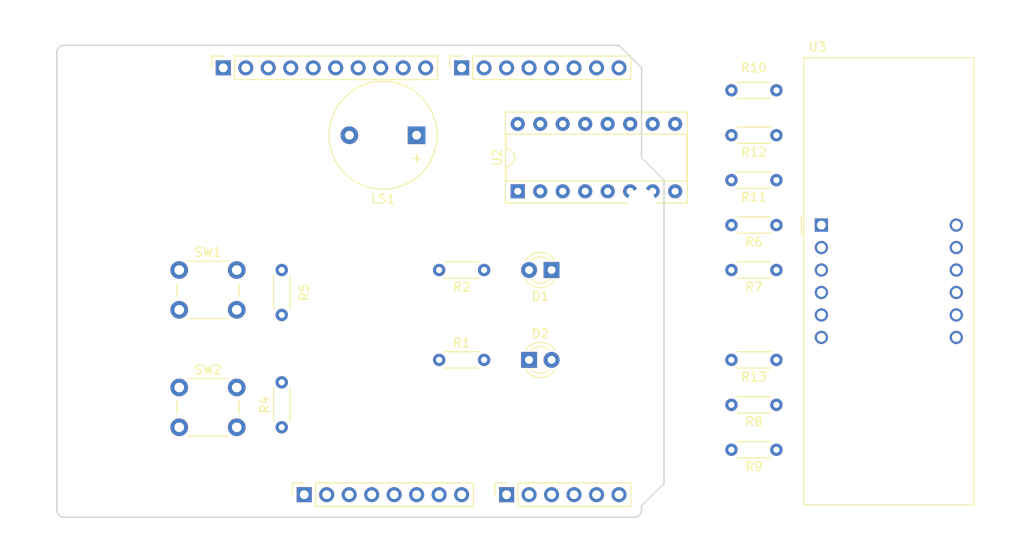
<source format=kicad_pcb>
(kicad_pcb (version 20221018) (generator pcbnew)
  (title_block (date "mar. 31 mars 2015"))
  (layers (0 "F.Cu" signal) (31 "B.Cu" signal) (34 "B.Paste" user) (35 "F.Paste" user) (36 "B.SilkS" user "B.Silkscreen") (37 "F.SilkS" user "F.Silkscreen") (38 "B.Mask" user) (39 "F.Mask" user) (44 "Edge.Cuts" user))
  (net 0 "")
  (net 1 "GND")
  (net 3 "+5V")
  (net 4 "/IOREF")
  (net 5 "Digit 1")
  (net 6 "/A1")
  (net 7 "/A2")
  (net 8 "/A3")
  (net 9 "/SDA{slash}A4")
  (net 10 "/SCL{slash}A5")
  (net 11 "Digit 2")
  (net 12 "Digit 3")
  (net 13 "/AREF")
  (net 14 "Digit 4")
  (net 15 "DS")
  (net 16 "ST_CP")
  (net 18 "SH_CP")
  (net 19 "Buzzer")
  (net 20 "Red_LED")
  (net 21 "Green_LED")
  (net 22 "Button_1")
  (net 23 "/TX{slash}1")
  (net 24 "Button_2")
  (net 25 "/RX{slash}0")
  (net 26 "+3V3")
  (net 27 "VCC")
  (net 28 "/~{RESET}")
  (net 29 "Net-(U3-e)")
  (net 30 "Net-(U3-d)")
  (net 31 "Net-(U3-DPX)")
  (net 32 "Net-(U3-c)")
  (net 33 "Net-(U3-g)")
  (net 34 "Net-(U3-b)")
  (net 35 "Net-(U3-f)")
  (net 36 "Net-(U3-a)")
  (net 37 "Net-(D1-A)")
  (net 38 "Net-(D2-A)")
  (net 39 "Button 2")
  (net 40 "Button 1")
  (net 41 "a")
  (net 42 "b")
  (net 43 "c")
  (net 44 "d")
  (net 45 "e")
  (net 46 "f")
  (net 47 "g")
  (net 48 "dp")
  (footprint "Connector_PinSocket_2.54mm:PinSocket_1x08_P2.54mm_Vertical" (layer "F.Cu") (at 127.94 97.46 90)
    (fp_text reference "J1" hide)
    (fp_text value "Power")
    (fp_line (start -1.33 1.27) (end -1.33 19.11) (stroke (width 0.12)) (layer "F.SilkS"))
    (fp_line (start -1.33 1.27) (end 1.33 1.27) (stroke (width 0.12)) (layer "F.SilkS"))
    (fp_line (start -1.33 19.11) (end 1.33 19.11) (stroke (width 0.12)) (layer "F.SilkS"))
    (fp_line (start 0 -1.33) (end 1.33 -1.33) (stroke (width 0.12)) (layer "F.SilkS"))
    (fp_line (start 1.33 -1.33) (end 1.33 0) (stroke (width 0.12)) (layer "F.SilkS"))
    (fp_line (start 1.33 1.27) (end 1.33 19.11) (stroke (width 0.12)) (layer "F.SilkS"))
    (pad "1" thru_hole rect locked (at 0 0 90) (size 1.7 1.7) (drill 1) (layers "*.Cu" "*.Mask"))
    (pad "2" thru_hole oval locked (at 0 2.54 90) (size 1.7 1.7) (drill 1) (layers "*.Cu" "*.Mask") (net 4 "/IOREF"))
    (pad "3" thru_hole oval locked (at 0 5.08 90) (size 1.7 1.7) (drill 1) (layers "*.Cu" "*.Mask") (net 28 "/~{RESET}"))
    (pad "4" thru_hole oval locked (at 0 7.62 90) (size 1.7 1.7) (drill 1) (layers "*.Cu" "*.Mask") (net 26 "+3V3"))
    (pad "5" thru_hole oval locked (at 0 10.16 90) (size 1.7 1.7) (drill 1) (layers "*.Cu" "*.Mask") (net 3 "+5V"))
    (pad "6" thru_hole oval locked (at 0 12.7 90) (size 1.7 1.7) (drill 1) (layers "*.Cu" "*.Mask") (net 1 "GND"))
    (pad "7" thru_hole oval locked (at 0 15.24 90) (size 1.7 1.7) (drill 1) (layers "*.Cu" "*.Mask") (net 1 "GND"))
    (pad "8" thru_hole oval locked (at 0 17.78 90) (size 1.7 1.7) (drill 1) (layers "*.Cu" "*.Mask") (net 27 "VCC"))
  )
  (footprint "Connector_PinSocket_2.54mm:PinSocket_1x06_P2.54mm_Vertical" (layer "F.Cu") (at 150.8 97.46 90)
    (fp_text reference "J3" hide)
    (fp_text value "Analog")
    (fp_line (start -1.33 1.27) (end -1.33 14.03) (stroke (width 0.12)) (layer "F.SilkS"))
    (fp_line (start -1.33 1.27) (end 1.33 1.27) (stroke (width 0.12)) (layer "F.SilkS"))
    (fp_line (start -1.33 14.03) (end 1.33 14.03) (stroke (width 0.12)) (layer "F.SilkS"))
    (fp_line (start 0 -1.33) (end 1.33 -1.33) (stroke (width 0.12)) (layer "F.SilkS"))
    (fp_line (start 1.33 -1.33) (end 1.33 0) (stroke (width 0.12)) (layer "F.SilkS"))
    (fp_line (start 1.33 1.27) (end 1.33 14.03) (stroke (width 0.12)) (layer "F.SilkS"))
    (pad "1" thru_hole rect locked (at 0 0 90) (size 1.7 1.7) (drill 1) (layers "*.Cu" "*.Mask"))
    (pad "2" thru_hole oval locked (at 0 2.54 90) (size 1.7 1.7) (drill 1) (layers "*.Cu" "*.Mask") (net 6 "/A1"))
    (pad "3" thru_hole oval locked (at 0 5.08 90) (size 1.7 1.7) (drill 1) (layers "*.Cu" "*.Mask") (net 7 "/A2"))
    (pad "4" thru_hole oval locked (at 0 7.62 90) (size 1.7 1.7) (drill 1) (layers "*.Cu" "*.Mask") (net 8 "/A3"))
    (pad "5" thru_hole oval locked (at 0 10.16 90) (size 1.7 1.7) (drill 1) (layers "*.Cu" "*.Mask") (net 9 "/SDA{slash}A4"))
    (pad "6" thru_hole oval locked (at 0 12.7 90) (size 1.7 1.7) (drill 1) (layers "*.Cu" "*.Mask") (net 10 "/SCL{slash}A5"))
  )
  (footprint "Connector_PinSocket_2.54mm:PinSocket_1x10_P2.54mm_Vertical" (layer "F.Cu") (at 118.796 49.2 90)
    (fp_text reference "J2" hide)
    (fp_text value "Digital/PWM")
    (fp_line (start -1.33 1.27) (end -1.33 24.19) (stroke (width 0.12)) (layer "F.SilkS"))
    (fp_line (start -1.33 1.27) (end 1.33 1.27) (stroke (width 0.12)) (layer "F.SilkS"))
    (fp_line (start -1.33 24.19) (end 1.33 24.19) (stroke (width 0.12)) (layer "F.SilkS"))
    (fp_line (start 0 -1.33) (end 1.33 -1.33) (stroke (width 0.12)) (layer "F.SilkS"))
    (fp_line (start 1.33 -1.33) (end 1.33 0) (stroke (width 0.12)) (layer "F.SilkS"))
    (fp_line (start 1.33 1.27) (end 1.33 24.19) (stroke (width 0.12)) (layer "F.SilkS"))
    (pad "1" thru_hole rect locked (at 0 0 90) (size 1.7 1.7) (drill 1) (layers "*.Cu" "*.Mask") (net 10 "/SCL{slash}A5"))
    (pad "2" thru_hole oval locked (at 0 2.54 90) (size 1.7 1.7) (drill 1) (layers "*.Cu" "*.Mask") (net 9 "/SDA{slash}A4"))
    (pad "3" thru_hole oval locked (at 0 5.08 90) (size 1.7 1.7) (drill 1) (layers "*.Cu" "*.Mask") (net 13 "/AREF"))
    (pad "4" thru_hole oval locked (at 0 7.62 90) (size 1.7 1.7) (drill 1) (layers "*.Cu" "*.Mask") (net 1 "GND"))
    (pad "5" thru_hole oval locked (at 0 10.16 90) (size 1.7 1.7) (drill 1) (layers "*.Cu" "*.Mask") (net 5 "Digit 1"))
    (pad "6" thru_hole oval locked (at 0 12.7 90) (size 1.7 1.7) (drill 1) (layers "*.Cu" "*.Mask") (net 11 "Digit 2"))
    (pad "7" thru_hole oval locked (at 0 15.24 90) (size 1.7 1.7) (drill 1) (layers "*.Cu" "*.Mask") (net 12 "Digit 3"))
    (pad "8" thru_hole oval locked (at 0 17.78 90) (size 1.7 1.7) (drill 1) (layers "*.Cu" "*.Mask") (net 14 "Digit 4"))
    (pad "9" thru_hole oval locked (at 0 20.32 90) (size 1.7 1.7) (drill 1) (layers "*.Cu" "*.Mask") (net 15 "DS"))
    (pad "10" thru_hole oval locked (at 0 22.86 90) (size 1.7 1.7) (drill 1) (layers "*.Cu" "*.Mask") (net 16 "ST_CP"))
  )
  (footprint "Connector_PinSocket_2.54mm:PinSocket_1x08_P2.54mm_Vertical" (layer "F.Cu") (at 145.72 49.2 90)
    (fp_text reference "J4" hide)
    (fp_text value "Digital/PWM")
    (fp_line (start -1.33 1.27) (end -1.33 19.11) (stroke (width 0.12)) (layer "F.SilkS"))
    (fp_line (start -1.33 1.27) (end 1.33 1.27) (stroke (width 0.12)) (layer "F.SilkS"))
    (fp_line (start -1.33 19.11) (end 1.33 19.11) (stroke (width 0.12)) (layer "F.SilkS"))
    (fp_line (start 0 -1.33) (end 1.33 -1.33) (stroke (width 0.12)) (layer "F.SilkS"))
    (fp_line (start 1.33 -1.33) (end 1.33 0) (stroke (width 0.12)) (layer "F.SilkS"))
    (fp_line (start 1.33 1.27) (end 1.33 19.11) (stroke (width 0.12)) (layer "F.SilkS"))
    (pad "1" thru_hole rect locked (at 0 0 90) (size 1.7 1.7) (drill 1) (layers "*.Cu" "*.Mask") (net 18 "SH_CP"))
    (pad "2" thru_hole oval locked (at 0 2.54 90) (size 1.7 1.7) (drill 1) (layers "*.Cu" "*.Mask") (net 19 "Buzzer"))
    (pad "3" thru_hole oval locked (at 0 5.08 90) (size 1.7 1.7) (drill 1) (layers "*.Cu" "*.Mask") (net 20 "Red_LED"))
    (pad "4" thru_hole oval locked (at 0 7.62 90) (size 1.7 1.7) (drill 1) (layers "*.Cu" "*.Mask") (net 21 "Green_LED"))
    (pad "5" thru_hole oval locked (at 0 10.16 90) (size 1.7 1.7) (drill 1) (layers "*.Cu" "*.Mask") (net 22 "Button_1"))
    (pad "6" thru_hole oval locked (at 0 12.7 90) (size 1.7 1.7) (drill 1) (layers "*.Cu" "*.Mask") (net 24 "Button_2"))
    (pad "7" thru_hole oval locked (at 0 15.24 90) (size 1.7 1.7) (drill 1) (layers "*.Cu" "*.Mask") (net 23 "/TX{slash}1"))
    (pad "8" thru_hole oval locked (at 0 17.78 90) (size 1.7 1.7) (drill 1) (layers "*.Cu" "*.Mask") (net 25 "/RX{slash}0"))
  )
  (footprint "Resistor_THT:R_Axial_DIN0204_L3.6mm_D1.6mm_P5.08mm_Horizontal" (layer "F.Cu") (at 181.28 72.06 180)
    (fp_text reference "R7" (at 2.54 -1.92) (layer "F.SilkS"))
    (fp_text value "100")
    (fp_line (start 0.62 -0.92) (end 4.46 -0.92) (stroke (width 0.12)) (layer "F.SilkS"))
    (fp_line (start 0.62 0.92) (end 4.46 0.92) (stroke (width 0.12)) (layer "F.SilkS"))
    (pad "1" thru_hole circle (at 0 0 180) (size 1.4 1.4) (drill 0.7) (layers "*.Cu" "*.Mask") (net 42 "b"))
    (pad "2" thru_hole oval (at 5.08 0 180) (size 1.4 1.4) (drill 0.7) (layers "*.Cu" "*.Mask") (net 34 "Net-(U3-b)"))
  )
  (footprint "Resistor_THT:R_Axial_DIN0204_L3.6mm_D1.6mm_P5.08mm_Horizontal" (layer "F.Cu") (at 181.28 82.22 180)
    (fp_text reference "R13" (at 2.54 -1.92) (layer "F.SilkS"))
    (fp_text value "100")
    (fp_line (start 0.62 -0.92) (end 4.46 -0.92) (stroke (width 0.12)) (layer "F.SilkS"))
    (fp_line (start 0.62 0.92) (end 4.46 0.92) (stroke (width 0.12)) (layer "F.SilkS"))
    (pad "1" thru_hole circle (at 0 0 180) (size 1.4 1.4) (drill 0.7) (layers "*.Cu" "*.Mask") (net 48 "dp"))
    (pad "2" thru_hole oval (at 5.08 0 180) (size 1.4 1.4) (drill 0.7) (layers "*.Cu" "*.Mask") (net 31 "Net-(U3-DPX)"))
  )
  (footprint "Resistor_THT:R_Axial_DIN0204_L3.6mm_D1.6mm_P5.08mm_Horizontal" (layer "F.Cu") (at 181.28 87.3 180)
    (fp_text reference "R8" (at 2.54 -1.92) (layer "F.SilkS"))
    (fp_text value "100")
    (fp_line (start 0.62 -0.92) (end 4.46 -0.92) (stroke (width 0.12)) (layer "F.SilkS"))
    (fp_line (start 0.62 0.92) (end 4.46 0.92) (stroke (width 0.12)) (layer "F.SilkS"))
    (pad "1" thru_hole circle (at 0 0 180) (size 1.4 1.4) (drill 0.7) (layers "*.Cu" "*.Mask") (net 43 "c"))
    (pad "2" thru_hole oval (at 5.08 0 180) (size 1.4 1.4) (drill 0.7) (layers "*.Cu" "*.Mask") (net 32 "Net-(U3-c)"))
  )
  (footprint "Button_Switch_THT:SW_PUSH_6mm_H5mm" (layer "F.Cu") (at 113.82 72.06)
    (fp_text reference "SW1" (at 3.25 -2) (layer "F.SilkS"))
    (fp_text value "SW_Push")
    (fp_line (start -0.25 1.5) (end -0.25 3) (stroke (width 0.12)) (layer "F.SilkS"))
    (fp_line (start 1 5.5) (end 5.5 5.5) (stroke (width 0.12)) (layer "F.SilkS"))
    (fp_line (start 5.5 -1) (end 1 -1) (stroke (width 0.12)) (layer "F.SilkS"))
    (fp_line (start 6.75 3) (end 6.75 1.5) (stroke (width 0.12)) (layer "F.SilkS"))
    (pad "1" thru_hole circle (at 0 0 90) (size 2 2) (drill 1.1) (layers "*.Cu" "*.Mask") (net 3 "+5V"))
    (pad "1" thru_hole circle (at 6.5 0 90) (size 2 2) (drill 1.1) (layers "*.Cu" "*.Mask") (net 3 "+5V"))
    (pad "2" thru_hole circle (at 0 4.5 90) (size 2 2) (drill 1.1) (layers "*.Cu" "*.Mask") (net 40 "Button 1"))
    (pad "2" thru_hole circle (at 6.5 4.5 90) (size 2 2) (drill 1.1) (layers "*.Cu" "*.Mask") (net 40 "Button 1"))
  )
  (footprint "Resistor_THT:R_Axial_DIN0204_L3.6mm_D1.6mm_P5.08mm_Horizontal" (layer "F.Cu") (at 176.2 51.74)
    (fp_text reference "R10" (at 2.54 -2.54) (layer "F.SilkS"))
    (fp_text value "100")
    (fp_line (start 0.62 -0.92) (end 4.46 -0.92) (stroke (width 0.12)) (layer "F.SilkS"))
    (fp_line (start 0.62 0.92) (end 4.46 0.92) (stroke (width 0.12)) (layer "F.SilkS"))
    (pad "1" thru_hole circle (at 0 0) (size 1.4 1.4) (drill 0.7) (layers "*.Cu" "*.Mask") (net 45 "e"))
    (pad "2" thru_hole oval (at 5.08 0) (size 1.4 1.4) (drill 0.7) (layers "*.Cu" "*.Mask") (net 29 "Net-(U3-e)"))
  )
  (footprint "Package_DIP:DIP-16_W7.62mm_Socket" (layer "F.Cu") (at 152.06 63.16 90)
    (fp_text reference "U2" (at 3.81 -2.33 90) (layer "F.SilkS"))
    (fp_text value "74LS595")
    (fp_line (start -1.33 -1.39) (end -1.33 19.17) (stroke (width 0.12)) (layer "F.SilkS"))
    (fp_line (start -1.33 19.17) (end 8.95 19.17) (stroke (width 0.12)) (layer "F.SilkS"))
    (fp_line (start 1.16 -1.33) (end 1.16 19.11) (stroke (width 0.12)) (layer "F.SilkS"))
    (fp_line (start 1.16 19.11) (end 6.46 19.11) (stroke (width 0.12)) (layer "F.SilkS"))
    (fp_line (start 2.81 -1.33) (end 1.16 -1.33) (stroke (width 0.12)) (layer "F.SilkS"))
    (fp_line (start 6.46 -1.33) (end 4.81 -1.33) (stroke (width 0.12)) (layer "F.SilkS"))
    (fp_line (start 6.46 19.11) (end 6.46 -1.33) (stroke (width 0.12)) (layer "F.SilkS"))
    (fp_line (start 8.95 -1.39) (end -1.33 -1.39) (stroke (width 0.12)) (layer "F.SilkS"))
    (fp_line (start 8.95 19.17) (end 8.95 -1.39) (stroke (width 0.12)) (layer "F.SilkS"))
    (fp_arc (start 4.81 -1.33) (mid 3.81 -0.33) (end 2.81 -1.33) (stroke (width 0.12)) (layer "F.SilkS"))
    (pad "1" thru_hole rect (at 0 0 90) (size 1.6 1.6) (drill 0.8) (layers "*.Cu" "*.Mask") (net 42 "b"))
    (pad "2" thru_hole oval (at 0 2.54 90) (size 1.6 1.6) (drill 0.8) (layers "*.Cu" "*.Mask") (net 43 "c"))
    (pad "3" thru_hole oval (at 0 5.08 90) (size 1.6 1.6) (drill 0.8) (layers "*.Cu" "*.Mask") (net 44 "d"))
    (pad "4" thru_hole oval (at 0 7.62 90) (size 1.6 1.6) (drill 0.8) (layers "*.Cu" "*.Mask") (net 45 "e"))
    (pad "5" thru_hole oval (at 0 10.16 90) (size 1.6 1.6) (drill 0.8) (layers "*.Cu" "*.Mask") (net 46 "f"))
    (pad "6" thru_hole oval (at 0 12.7 90) (size 1.6 1.6) (drill 0.8) (layers "*.Cu" "*.Mask") (net 47 "g"))
    (pad "7" thru_hole oval (at 0 15.24 90) (size 1.6 1.6) (drill 0.8) (layers "*.Cu" "*.Mask") (net 48 "dp"))
    (pad "8" thru_hole oval (at 0 17.78 90) (size 1.6 1.6) (drill 0.8) (layers "*.Cu" "*.Mask") (net 1 "GND"))
    (pad "9" thru_hole oval (at 7.62 17.78 90) (size 1.6 1.6) (drill 0.8) (layers "*.Cu" "*.Mask"))
    (pad "10" thru_hole oval (at 7.62 15.24 90) (size 1.6 1.6) (drill 0.8) (layers "*.Cu" "*.Mask") (net 3 "+5V"))
    (pad "11" thru_hole oval (at 7.62 12.7 90) (size 1.6 1.6) (drill 0.8) (layers "*.Cu" "*.Mask") (net 18 "SH_CP"))
    (pad "12" thru_hole oval (at 7.62 10.16 90) (size 1.6 1.6) (drill 0.8) (layers "*.Cu" "*.Mask") (net 16 "ST_CP"))
    (pad "13" thru_hole oval (at 7.62 7.62 90) (size 1.6 1.6) (drill 0.8) (layers "*.Cu" "*.Mask") (net 1 "GND"))
    (pad "14" thru_hole oval (at 7.62 5.08 90) (size 1.6 1.6) (drill 0.8) (layers "*.Cu" "*.Mask") (net 15 "DS"))
    (pad "15" thru_hole oval (at 7.62 2.54 90) (size 1.6 1.6) (drill 0.8) (layers "*.Cu" "*.Mask") (net 41 "a"))
    (pad "16" thru_hole oval (at 7.62 0 90) (size 1.6 1.6) (drill 0.8) (layers "*.Cu" "*.Mask") (net 3 "+5V"))
  )
  (footprint "Display_7Segment:CA56-12CGKWA" (layer "F.Cu") (at 186.36 66.98)
    (fp_text reference "U3" (at -0.44 -20.15) (layer "F.SilkS"))
    (fp_text value "CA56-12CGKWA")
    (fp_line (start -2.25 -1) (end -2.25 1) (stroke (width 0.12)) (layer "F.SilkS"))
    (fp_line (start -2 -18.92) (end -2 31.62) (stroke (width 0.12)) (layer "F.SilkS"))
    (fp_line (start -2 -18.92) (end 17.24 -18.92) (stroke (width 0.12)) (layer "F.SilkS"))
    (fp_line (start -2 31.62) (end 17.24 31.62) (stroke (width 0.12)) (layer "F.SilkS"))
    (fp_line (start 17.24 31.62) (end 17.24 -18.92) (stroke (width 0.12)) (layer "F.SilkS"))
    (pad "1" thru_hole rect (at 0 0) (size 1.5 1.5) (drill 1) (layers "*.Cu" "*.Mask") (net 29 "Net-(U3-e)"))
    (pad "2" thru_hole circle (at 0 2.54) (size 1.5 1.5) (drill 1) (layers "*.Cu" "*.Mask") (net 30 "Net-(U3-d)"))
    (pad "3" thru_hole circle (at 0 5.08) (size 1.5 1.5) (drill 1) (layers "*.Cu" "*.Mask") (net 31 "Net-(U3-DPX)"))
    (pad "4" thru_hole circle (at 0 7.62) (size 1.5 1.5) (drill 1) (layers "*.Cu" "*.Mask") (net 32 "Net-(U3-c)"))
    (pad "5" thru_hole circle (at 0 10.16) (size 1.5 1.5) (drill 1) (layers "*.Cu" "*.Mask") (net 33 "Net-(U3-g)"))
    (pad "6" thru_hole circle (at 0 12.7) (size 1.5 1.5) (drill 1) (layers "*.Cu" "*.Mask") (net 14 "Digit 4"))
    (pad "7" thru_hole circle (at 15.24 12.7) (size 1.5 1.5) (drill 1) (layers "*.Cu" "*.Mask") (net 34 "Net-(U3-b)"))
    (pad "8" thru_hole circle (at 15.24 10.16) (size 1.5 1.5) (drill 1) (layers "*.Cu" "*.Mask") (net 12 "Digit 3"))
    (pad "9" thru_hole circle (at 15.24 7.62) (size 1.5 1.5) (drill 1) (layers "*.Cu" "*.Mask") (net 11 "Digit 2"))
    (pad "10" thru_hole circle (at 15.24 5.08) (size 1.5 1.5) (drill 1) (layers "*.Cu" "*.Mask") (net 35 "Net-(U3-f)"))
    (pad "11" thru_hole circle (at 15.24 2.54) (size 1.5 1.5) (drill 1) (layers "*.Cu" "*.Mask") (net 36 "Net-(U3-a)"))
    (pad "12" thru_hole circle (at 15.24 0) (size 1.5 1.5) (drill 1) (layers "*.Cu" "*.Mask") (net 5 "Digit 1"))
  )
  (footprint "Resistor_THT:R_Axial_DIN0204_L3.6mm_D1.6mm_P5.08mm_Horizontal" (layer "F.Cu") (at 181.28 56.82 180)
    (fp_text reference "R12" (at 2.54 -1.92) (layer "F.SilkS"))
    (fp_text value "100")
    (fp_line (start 0.62 -0.92) (end 4.46 -0.92) (stroke (width 0.12)) (layer "F.SilkS"))
    (fp_line (start 0.62 0.92) (end 4.46 0.92) (stroke (width 0.12)) (layer "F.SilkS"))
    (pad "1" thru_hole circle (at 0 0 180) (size 1.4 1.4) (drill 0.7) (layers "*.Cu" "*.Mask") (net 47 "g"))
    (pad "2" thru_hole oval (at 5.08 0 180) (size 1.4 1.4) (drill 0.7) (layers "*.Cu" "*.Mask") (net 33 "Net-(U3-g)"))
  )
  (footprint "Resistor_THT:R_Axial_DIN0204_L3.6mm_D1.6mm_P5.08mm_Horizontal" (layer "F.Cu") (at 181.28 61.9 180)
    (fp_text reference "R11" (at 2.54 -1.92) (layer "F.SilkS"))
    (fp_text value "100")
    (fp_line (start 0.62 -0.92) (end 4.46 -0.92) (stroke (width 0.12)) (layer "F.SilkS"))
    (fp_line (start 0.62 0.92) (end 4.46 0.92) (stroke (width 0.12)) (layer "F.SilkS"))
    (pad "1" thru_hole circle (at 0 0 180) (size 1.4 1.4) (drill 0.7) (layers "*.Cu" "*.Mask") (net 46 "f"))
    (pad "2" thru_hole oval (at 5.08 0 180) (size 1.4 1.4) (drill 0.7) (layers "*.Cu" "*.Mask") (net 35 "Net-(U3-f)"))
  )
  (footprint "Resistor_THT:R_Axial_DIN0204_L3.6mm_D1.6mm_P5.08mm_Horizontal" (layer "F.Cu") (at 181.28 92.38 180)
    (fp_text reference "R9" (at 2.54 -1.92) (layer "F.SilkS"))
    (fp_text value "100")
    (fp_line (start 0.62 -0.92) (end 4.46 -0.92) (stroke (width 0.12)) (layer "F.SilkS"))
    (fp_line (start 0.62 0.92) (end 4.46 0.92) (stroke (width 0.12)) (layer "F.SilkS"))
    (pad "1" thru_hole circle (at 0 0 180) (size 1.4 1.4) (drill 0.7) (layers "*.Cu" "*.Mask") (net 44 "d"))
    (pad "2" thru_hole oval (at 5.08 0 180) (size 1.4 1.4) (drill 0.7) (layers "*.Cu" "*.Mask") (net 30 "Net-(U3-d)"))
  )
  (footprint "Arduino_MountingHole:MountingHole_3.2mm" (layer "F.Cu") (at 115.24 49.2)
    (fp_text reference "MH1" hide)
    (fp_text value "MountingHole_3.2mm" hide)
    (pad "" np_thru_hole circle locked (at 0 0) (size 3.2 3.2) (drill 3.2) (layers "*.Cu" "*.Mask"))
  )
  (footprint "LED_THT:LED_D3.0mm" (layer "F.Cu") (at 153.34 82.22)
    (fp_text reference "D2" (at 1.27 -2.96) (layer "F.SilkS"))
    (fp_text value "LED")
    (fp_line (start -0.29 -1.236) (end -0.29 -1.08) (stroke (width 0.12)) (layer "F.SilkS"))
    (fp_line (start -0.29 1.08) (end -0.29 1.236) (stroke (width 0.12)) (layer "F.SilkS"))
    (fp_arc (start -0.29 -1.235516) (mid 1.366487 -1.987659) (end 2.942335 -1.078608) (stroke (width 0.12)) (layer "F.SilkS"))
    (fp_arc (start 0.229039 -1.08) (mid 1.270117 -1.5) (end 2.31113 -1.079837) (stroke (width 0.12)) (layer "F.SilkS"))
    (fp_arc (start 2.31113 1.079837) (mid 1.270117 1.5) (end 0.229039 1.08) (stroke (width 0.12)) (layer "F.SilkS"))
    (fp_arc (start 2.942335 1.078608) (mid 1.366487 1.987659) (end -0.29 1.235516) (stroke (width 0.12)) (layer "F.SilkS"))
    (pad "1" thru_hole rect (at 0 0) (size 1.8 1.8) (drill 0.9) (layers "*.Cu" "*.Mask") (net 1 "GND"))
    (pad "2" thru_hole circle (at 2.54 0) (size 1.8 1.8) (drill 0.9) (layers "*.Cu" "*.Mask") (net 38 "Net-(D2-A)"))
  )
  (footprint "Resistor_THT:R_Axial_DIN0204_L3.6mm_D1.6mm_P5.08mm_Horizontal" (layer "F.Cu") (at 148.26 72.06 180)
    (fp_text reference "R2" (at 2.54 -1.92) (layer "F.SilkS"))
    (fp_text value "330")
    (fp_line (start 0.62 -0.92) (end 4.46 -0.92) (stroke (width 0.12)) (layer "F.SilkS"))
    (fp_line (start 0.62 0.92) (end 4.46 0.92) (stroke (width 0.12)) (layer "F.SilkS"))
    (pad "1" thru_hole circle (at 0 0 180) (size 1.4 1.4) (drill 0.7) (layers "*.Cu" "*.Mask") (net 20 "Red_LED"))
    (pad "2" thru_hole oval (at 5.08 0 180) (size 1.4 1.4) (drill 0.7) (layers "*.Cu" "*.Mask") (net 38 "Net-(D2-A)"))
  )
  (footprint "Resistor_THT:R_Axial_DIN0204_L3.6mm_D1.6mm_P5.08mm_Horizontal" (layer "F.Cu") (at 143.18 82.22)
    (fp_text reference "R1" (at 2.54 -1.92) (layer "F.SilkS"))
    (fp_text value "330")
    (fp_line (start 0.62 -0.92) (end 4.46 -0.92) (stroke (width 0.12)) (layer "F.SilkS"))
    (fp_line (start 0.62 0.92) (end 4.46 0.92) (stroke (width 0.12)) (layer "F.SilkS"))
    (pad "1" thru_hole circle (at 0 0) (size 1.4 1.4) (drill 0.7) (layers "*.Cu" "*.Mask") (net 21 "Green_LED"))
    (pad "2" thru_hole oval (at 5.08 0) (size 1.4 1.4) (drill 0.7) (layers "*.Cu" "*.Mask") (net 37 "Net-(D1-A)"))
  )
  (footprint "Resistor_THT:R_Axial_DIN0204_L3.6mm_D1.6mm_P5.08mm_Horizontal" (layer "F.Cu") (at 125.4 89.84 90)
    (fp_text reference "R4" (at 2.54 -1.92 90) (layer "F.SilkS"))
    (fp_text value "10k")
    (fp_line (start 0.62 -0.92) (end 4.46 -0.92) (stroke (width 0.12)) (layer "F.SilkS"))
    (fp_line (start 0.62 0.92) (end 4.46 0.92) (stroke (width 0.12)) (layer "F.SilkS"))
    (pad "1" thru_hole circle (at 0 0 90) (size 1.4 1.4) (drill 0.7) (layers "*.Cu" "*.Mask") (net 1 "GND"))
    (pad "2" thru_hole oval (at 5.08 0 90) (size 1.4 1.4) (drill 0.7) (layers "*.Cu" "*.Mask") (net 39 "Button 2"))
  )
  (footprint "Resistor_THT:R_Axial_DIN0204_L3.6mm_D1.6mm_P5.08mm_Horizontal" (layer "F.Cu") (at 181.28 66.98 180)
    (fp_text reference "R6" (at 2.54 -1.92) (layer "F.SilkS"))
    (fp_text value "100")
    (fp_line (start 0.62 -0.92) (end 4.46 -0.92) (stroke (width 0.12)) (layer "F.SilkS"))
    (fp_line (start 0.62 0.92) (end 4.46 0.92) (stroke (width 0.12)) (layer "F.SilkS"))
    (pad "1" thru_hole circle (at 0 0 180) (size 1.4 1.4) (drill 0.7) (layers "*.Cu" "*.Mask") (net 41 "a"))
    (pad "2" thru_hole oval (at 5.08 0 180) (size 1.4 1.4) (drill 0.7) (layers "*.Cu" "*.Mask") (net 36 "Net-(U3-a)"))
  )
  (footprint "Button_Switch_THT:SW_PUSH_6mm_H5mm" (layer "F.Cu") (at 113.82 85.34)
    (fp_text reference "SW2" (at 3.25 -2) (layer "F.SilkS"))
    (fp_text value "SW_Push")
    (fp_line (start -0.25 1.5) (end -0.25 3) (stroke (width 0.12)) (layer "F.SilkS"))
    (fp_line (start 1 5.5) (end 5.5 5.5) (stroke (width 0.12)) (layer "F.SilkS"))
    (fp_line (start 5.5 -1) (end 1 -1) (stroke (width 0.12)) (layer "F.SilkS"))
    (fp_line (start 6.75 3) (end 6.75 1.5) (stroke (width 0.12)) (layer "F.SilkS"))
    (pad "1" thru_hole circle (at 0 0 90) (size 2 2) (drill 1.1) (layers "*.Cu" "*.Mask") (net 3 "+5V"))
    (pad "1" thru_hole circle (at 6.5 0 90) (size 2 2) (drill 1.1) (layers "*.Cu" "*.Mask") (net 3 "+5V"))
    (pad "2" thru_hole circle (at 0 4.5 90) (size 2 2) (drill 1.1) (layers "*.Cu" "*.Mask") (net 39 "Button 2"))
    (pad "2" thru_hole circle (at 6.5 4.5 90) (size 2 2) (drill 1.1) (layers "*.Cu" "*.Mask") (net 39 "Button 2"))
  )
  (footprint "LED_THT:LED_D3.0mm" (layer "F.Cu") (at 155.88 72.06 180)
    (fp_text reference "D1" (at 1.27 -2.96) (layer "F.SilkS"))
    (fp_text value "LED")
    (fp_line (start -0.29 -1.236) (end -0.29 -1.08) (stroke (width 0.12)) (layer "F.SilkS"))
    (fp_line (start -0.29 1.08) (end -0.29 1.236) (stroke (width 0.12)) (layer "F.SilkS"))
    (fp_arc (start -0.29 -1.235516) (mid 1.366487 -1.987659) (end 2.942335 -1.078608) (stroke (width 0.12)) (layer "F.SilkS"))
    (fp_arc (start 0.229039 -1.08) (mid 1.270117 -1.5) (end 2.31113 -1.079837) (stroke (width 0.12)) (layer "F.SilkS"))
    (fp_arc (start 2.31113 1.079837) (mid 1.270117 1.5) (end 0.229039 1.08) (stroke (width 0.12)) (layer "F.SilkS"))
    (fp_arc (start 2.942335 1.078608) (mid 1.366487 1.987659) (end -0.29 1.235516) (stroke (width 0.12)) (layer "F.SilkS"))
    (pad "1" thru_hole rect (at 0 0 180) (size 1.8 1.8) (drill 0.9) (layers "*.Cu" "*.Mask") (net 1 "GND"))
    (pad "2" thru_hole circle (at 2.54 0 180) (size 1.8 1.8) (drill 0.9) (layers "*.Cu" "*.Mask") (net 37 "Net-(D1-A)"))
  )
  (footprint "Buzzer_Beeper:Buzzer_12x9.5RM7.6" (layer "F.Cu") (at 140.64 56.82 180)
    (fp_text reference "LS1" (at 3.8 -7.2) (layer "F.SilkS"))
    (fp_text value "Speaker")
    (fp_text user "+" (at -0.01 -2.54) (layer "F.SilkS"))
    (fp_circle (center 3.8 0) (end 9.9 0) (stroke (width 0.12)) (fill none) (layer "F.SilkS"))
    (pad "1" thru_hole rect (at 0 0 180) (size 2 2) (drill 1) (layers "*.Cu" "*.Mask") (net 19 "Buzzer"))
    (pad "2" thru_hole circle (at 7.6 0 180) (size 2 2) (drill 1) (layers "*.Cu" "*.Mask") (net 1 "GND"))
  )
  (footprint "Arduino_MountingHole:MountingHole_3.2mm" (layer "F.Cu") (at 113.97 97.46)
    (fp_text reference "MH2" hide)
    (fp_text value "MountingHole_3.2mm" hide)
    (pad "" np_thru_hole circle locked (at 0 0) (size 3.2 3.2) (drill 3.2) (layers "*.Cu" "*.Mask"))
  )
  (footprint "Arduino_MountingHole:MountingHole_3.2mm" (layer "F.Cu") (at 166.04 64.44)
    (fp_text reference "MH3" hide)
    (fp_text value "MountingHole_3.2mm" hide)
    (pad "" np_thru_hole circle locked (at 0 0) (size 3.2 3.2) (drill 3.2) (layers "*.Cu" "*.Mask"))
  )
  (footprint "Arduino_MountingHole:MountingHole_3.2mm" (layer "F.Cu") (at 166.04 92.38)
    (fp_text reference "MH4" hide)
    (fp_text value "MountingHole_3.2mm" hide)
    (pad "" np_thru_hole circle locked (at 0 0) (size 3.2 3.2) (drill 3.2) (layers "*.Cu" "*.Mask"))
  )
  (footprint "Resistor_THT:R_Axial_DIN0204_L3.6mm_D1.6mm_P5.08mm_Horizontal" (layer "F.Cu") (at 125.4 72.06 -90)
    (fp_text reference "R5" (at 2.54 -2.54 90) (layer "F.SilkS"))
    (fp_text value "10k")
    (fp_line (start 0.62 -0.92) (end 4.46 -0.92) (stroke (width 0.12)) (layer "F.SilkS"))
    (fp_line (start 0.62 0.92) (end 4.46 0.92) (stroke (width 0.12)) (layer "F.SilkS"))
    (pad "1" thru_hole circle (at 0 0 270) (size 1.4 1.4) (drill 0.7) (layers "*.Cu" "*.Mask") (net 1 "GND"))
    (pad "2" thru_hole oval (at 5.08 0 270) (size 1.4 1.4) (drill 0.7) (layers "*.Cu" "*.Mask") (net 40 "Button 1"))
  )
  (gr_line (start 166.04 59.36) (end 168.58 61.9) (stroke (width 0.15)) (layer "Edge.Cuts"))
  (gr_line (start 100 99.238) (end 100 47.422) (stroke (width 0.15)) (layer "Edge.Cuts"))
  (gr_line (start 168.58 61.9) (end 168.58 96.19) (stroke (width 0.15)) (layer "Edge.Cuts"))
  (gr_line (start 165.278 100) (end 100.762 100) (stroke (width 0.15)) (layer "Edge.Cuts"))
  (gr_line (start 100.762 46.66) (end 163.5 46.66) (stroke (width 0.15)) (layer "Edge.Cuts"))
  (gr_arc (start 100.762 100) (mid 100.223185 99.776815) (end 100 99.238) (stroke (width 0.15)) (layer "Edge.Cuts"))
  (gr_line (start 168.58 96.19) (end 166.04 98.73) (stroke (width 0.15)) (layer "Edge.Cuts"))
  (gr_line (start 163.5 46.66) (end 166.04 49.2) (stroke (width 0.15)) (layer "Edge.Cuts"))
  (gr_arc (start 166.04 99.238) (mid 165.816815 99.776815) (end 165.278 100) (stroke (width 0.15)) (layer "Edge.Cuts"))
  (gr_line (start 166.04 49.2) (end 166.04 59.36) (stroke (width 0.15)) (layer "Edge.Cuts"))
  (gr_line (start 166.04 98.73) (end 166.04 99.238) (stroke (width 0.15)) (layer "Edge.Cuts"))
  (gr_arc (start 100 47.422) (mid 100.223185 46.883185) (end 100.762 46.66) (stroke (width 0.15)) (layer "Edge.Cuts"))
)
</source>
